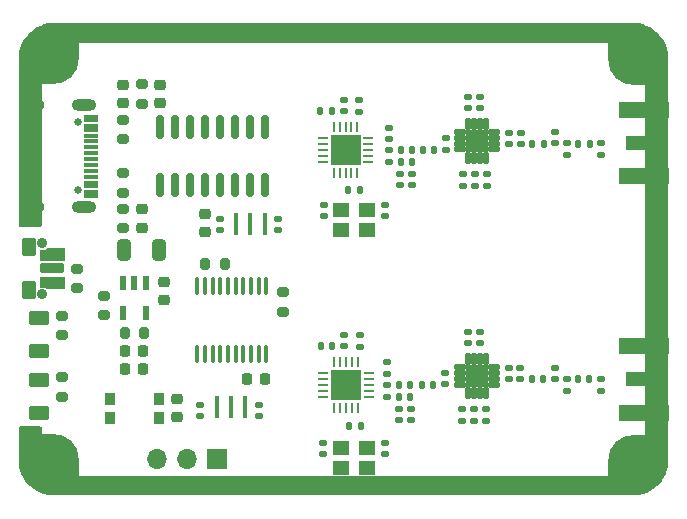
<source format=gbr>
%TF.GenerationSoftware,KiCad,Pcbnew,9.0.1*%
%TF.CreationDate,2025-07-03T23:17:29+02:00*%
%TF.ProjectId,Amon_Link,416d6f6e-5f4c-4696-9e6b-2e6b69636164,rev?*%
%TF.SameCoordinates,Original*%
%TF.FileFunction,Soldermask,Top*%
%TF.FilePolarity,Negative*%
%FSLAX46Y46*%
G04 Gerber Fmt 4.6, Leading zero omitted, Abs format (unit mm)*
G04 Created by KiCad (PCBNEW 9.0.1) date 2025-07-03 23:17:29*
%MOMM*%
%LPD*%
G01*
G04 APERTURE LIST*
G04 Aperture macros list*
%AMRoundRect*
0 Rectangle with rounded corners*
0 $1 Rounding radius*
0 $2 $3 $4 $5 $6 $7 $8 $9 X,Y pos of 4 corners*
0 Add a 4 corners polygon primitive as box body*
4,1,4,$2,$3,$4,$5,$6,$7,$8,$9,$2,$3,0*
0 Add four circle primitives for the rounded corners*
1,1,$1+$1,$2,$3*
1,1,$1+$1,$4,$5*
1,1,$1+$1,$6,$7*
1,1,$1+$1,$8,$9*
0 Add four rect primitives between the rounded corners*
20,1,$1+$1,$2,$3,$4,$5,0*
20,1,$1+$1,$4,$5,$6,$7,0*
20,1,$1+$1,$6,$7,$8,$9,0*
20,1,$1+$1,$8,$9,$2,$3,0*%
G04 Aperture macros list end*
%ADD10C,0.010000*%
%ADD11C,0.900000*%
%ADD12RoundRect,0.102000X-0.900000X0.300000X-0.900000X-0.300000X0.900000X-0.300000X0.900000X0.300000X0*%
%ADD13RoundRect,0.102000X-0.450000X0.650000X-0.450000X-0.650000X0.450000X-0.650000X0.450000X0.650000X0*%
%ADD14RoundRect,0.250000X0.625000X-0.375000X0.625000X0.375000X-0.625000X0.375000X-0.625000X-0.375000X0*%
%ADD15O,1.600000X1.000000*%
%ADD16O,2.100000X1.000000*%
%ADD17R,1.150000X0.300000*%
%ADD18C,0.650000*%
%ADD19C,0.700000*%
%ADD20C,4.400000*%
%ADD21RoundRect,0.135000X0.185000X-0.135000X0.185000X0.135000X-0.185000X0.135000X-0.185000X-0.135000X0*%
%ADD22RoundRect,0.147500X-0.147500X-0.172500X0.147500X-0.172500X0.147500X0.172500X-0.147500X0.172500X0*%
%ADD23RoundRect,0.200000X-0.275000X0.200000X-0.275000X-0.200000X0.275000X-0.200000X0.275000X0.200000X0*%
%ADD24RoundRect,0.218750X-0.256250X0.218750X-0.256250X-0.218750X0.256250X-0.218750X0.256250X0.218750X0*%
%ADD25RoundRect,0.140000X0.170000X-0.140000X0.170000X0.140000X-0.170000X0.140000X-0.170000X-0.140000X0*%
%ADD26RoundRect,0.140000X-0.170000X0.140000X-0.170000X-0.140000X0.170000X-0.140000X0.170000X0.140000X0*%
%ADD27RoundRect,0.059250X-0.447750X-0.177750X0.447750X-0.177750X0.447750X0.177750X-0.447750X0.177750X0*%
%ADD28RoundRect,0.059250X-0.177750X-0.447750X0.177750X-0.447750X0.177750X0.447750X-0.177750X0.447750X0*%
%ADD29RoundRect,0.102000X-0.850000X-0.850000X0.850000X-0.850000X0.850000X0.850000X-0.850000X0.850000X0*%
%ADD30RoundRect,0.200000X0.275000X-0.200000X0.275000X0.200000X-0.275000X0.200000X-0.275000X-0.200000X0*%
%ADD31RoundRect,0.225000X-0.250000X0.225000X-0.250000X-0.225000X0.250000X-0.225000X0.250000X0.225000X0*%
%ADD32RoundRect,0.150000X0.150000X-0.825000X0.150000X0.825000X-0.150000X0.825000X-0.150000X-0.825000X0*%
%ADD33RoundRect,0.225000X0.225000X0.250000X-0.225000X0.250000X-0.225000X-0.250000X0.225000X-0.250000X0*%
%ADD34RoundRect,0.135000X-0.185000X0.135000X-0.185000X-0.135000X0.185000X-0.135000X0.185000X0.135000X0*%
%ADD35RoundRect,0.135000X-0.135000X-0.185000X0.135000X-0.185000X0.135000X0.185000X-0.135000X0.185000X0*%
%ADD36R,0.900000X1.000000*%
%ADD37RoundRect,0.147500X0.172500X-0.147500X0.172500X0.147500X-0.172500X0.147500X-0.172500X-0.147500X0*%
%ADD38RoundRect,0.200000X-0.200000X-0.275000X0.200000X-0.275000X0.200000X0.275000X-0.200000X0.275000X0*%
%ADD39RoundRect,0.100000X0.100000X-0.637500X0.100000X0.637500X-0.100000X0.637500X-0.100000X-0.637500X0*%
%ADD40R,0.400000X1.900000*%
%ADD41RoundRect,0.140000X-0.140000X-0.170000X0.140000X-0.170000X0.140000X0.170000X-0.140000X0.170000X0*%
%ADD42RoundRect,0.250000X-0.325000X-0.650000X0.325000X-0.650000X0.325000X0.650000X-0.325000X0.650000X0*%
%ADD43R,1.700000X1.700000*%
%ADD44O,1.700000X1.700000*%
%ADD45RoundRect,0.140000X0.140000X0.170000X-0.140000X0.170000X-0.140000X-0.170000X0.140000X-0.170000X0*%
%ADD46R,1.400000X1.200000*%
%ADD47RoundRect,0.062500X-0.350000X-0.062500X0.350000X-0.062500X0.350000X0.062500X-0.350000X0.062500X0*%
%ADD48RoundRect,0.062500X-0.062500X-0.350000X0.062500X-0.350000X0.062500X0.350000X-0.062500X0.350000X0*%
%ADD49R,2.500000X2.500000*%
%ADD50R,0.600000X1.150000*%
%ADD51RoundRect,0.225000X0.250000X-0.225000X0.250000X0.225000X-0.250000X0.225000X-0.250000X-0.225000X0*%
%ADD52R,3.600000X1.270000*%
%ADD53R,4.200000X1.350000*%
G04 APERTURE END LIST*
D10*
%TO.C,S1*%
X130059001Y-94520001D02*
X128059001Y-94520001D01*
X128059001Y-93736601D01*
X128076232Y-93738821D01*
X128110829Y-93741961D01*
X128145542Y-93743391D01*
X128180279Y-93743111D01*
X128197635Y-93742321D01*
X128197642Y-93742331D01*
X128207151Y-93741391D01*
X128226132Y-93739141D01*
X128245051Y-93736421D01*
X128263895Y-93733231D01*
X128273285Y-93731461D01*
X128282439Y-93729671D01*
X128300670Y-93725741D01*
X128318795Y-93721351D01*
X128336807Y-93716521D01*
X128345767Y-93713931D01*
X128378285Y-93701351D01*
X128441213Y-93671341D01*
X128500776Y-93635121D01*
X128556370Y-93593061D01*
X128582501Y-93570001D01*
X130059001Y-93570001D01*
X130059001Y-94520001D01*
G36*
X130059001Y-94520001D02*
G01*
X128059001Y-94520001D01*
X128059001Y-93736601D01*
X128076232Y-93738821D01*
X128110829Y-93741961D01*
X128145542Y-93743391D01*
X128180279Y-93743111D01*
X128197635Y-93742321D01*
X128197642Y-93742331D01*
X128207151Y-93741391D01*
X128226132Y-93739141D01*
X128245051Y-93736421D01*
X128263895Y-93733231D01*
X128273285Y-93731461D01*
X128282439Y-93729671D01*
X128300670Y-93725741D01*
X128318795Y-93721351D01*
X128336807Y-93716521D01*
X128345767Y-93713931D01*
X128378285Y-93701351D01*
X128441213Y-93671341D01*
X128500776Y-93635121D01*
X128556370Y-93593061D01*
X128582501Y-93570001D01*
X130059001Y-93570001D01*
X130059001Y-94520001D01*
G37*
X130059001Y-96970001D02*
X128582501Y-96970001D01*
X128582501Y-96970031D01*
X128556370Y-96946941D01*
X128500776Y-96904881D01*
X128441213Y-96868661D01*
X128378285Y-96838651D01*
X128345767Y-96826081D01*
X128336807Y-96823491D01*
X128318795Y-96818651D01*
X128300670Y-96814271D01*
X128282439Y-96810331D01*
X128273289Y-96808541D01*
X128273285Y-96808541D01*
X128263895Y-96806771D01*
X128245051Y-96803581D01*
X128226132Y-96800861D01*
X128207151Y-96798611D01*
X128197642Y-96797671D01*
X128197635Y-96797681D01*
X128180279Y-96796901D01*
X128145542Y-96796611D01*
X128110829Y-96798041D01*
X128076232Y-96801181D01*
X128059001Y-96803401D01*
X128059001Y-96020001D01*
X130059001Y-96020001D01*
X130059001Y-96970001D01*
G36*
X130059001Y-96970001D02*
G01*
X128582501Y-96970001D01*
X128582501Y-96970031D01*
X128556370Y-96946941D01*
X128500776Y-96904881D01*
X128441213Y-96868661D01*
X128378285Y-96838651D01*
X128345767Y-96826081D01*
X128336807Y-96823491D01*
X128318795Y-96818651D01*
X128300670Y-96814271D01*
X128282439Y-96810331D01*
X128273289Y-96808541D01*
X128273285Y-96808541D01*
X128263895Y-96806771D01*
X128245051Y-96803581D01*
X128226132Y-96800861D01*
X128207151Y-96798611D01*
X128197642Y-96797671D01*
X128197635Y-96797681D01*
X128180279Y-96796901D01*
X128145542Y-96796611D01*
X128110829Y-96798041D01*
X128076232Y-96801181D01*
X128059001Y-96803401D01*
X128059001Y-96020001D01*
X130059001Y-96020001D01*
X130059001Y-96970001D01*
G37*
%TD*%
D11*
%TO.C,S1*%
X128159001Y-93145001D03*
X128159001Y-97395001D03*
D12*
X129059001Y-95270001D03*
D13*
X127109001Y-93420001D03*
X127109001Y-97120001D03*
%TD*%
D14*
%TO.C,D4*%
X127959001Y-107530001D03*
X127959001Y-104730001D03*
%TD*%
%TO.C,D2*%
X127959002Y-102295002D03*
X127959002Y-99495002D03*
%TD*%
D15*
%TO.C,J1*%
X127599000Y-90090000D03*
D16*
X131779000Y-90090000D03*
D15*
X127599000Y-81450000D03*
D16*
X131779000Y-81450000D03*
D17*
X132344000Y-82720000D03*
X132344000Y-83520000D03*
X132344000Y-84020000D03*
X132344000Y-85020000D03*
X132344000Y-86520000D03*
X132344000Y-87520000D03*
X132344000Y-88020000D03*
X132344000Y-88820000D03*
X132344000Y-89120000D03*
X132344000Y-88320000D03*
X132344000Y-87020000D03*
X132344000Y-86020000D03*
X132344000Y-85520000D03*
X132344000Y-84520000D03*
X132344000Y-83220000D03*
X132344000Y-82420000D03*
D18*
X131279000Y-88660000D03*
X131279000Y-82880000D03*
%TD*%
D19*
%TO.C,H3*%
X176649999Y-111549999D03*
X177133273Y-110383273D03*
X177133273Y-112716725D03*
X178299999Y-109899999D03*
D20*
X178299999Y-111549999D03*
D19*
X178299999Y-113199999D03*
X179466725Y-110383273D03*
X179466725Y-112716725D03*
X179949999Y-111549999D03*
%TD*%
%TO.C,H4*%
X176649999Y-77549999D03*
X177133273Y-76383273D03*
X177133273Y-78716725D03*
X178299999Y-75899999D03*
D20*
X178299999Y-77549999D03*
D19*
X178299999Y-79199999D03*
X179466725Y-76383273D03*
X179466725Y-78716725D03*
X179949999Y-77549999D03*
%TD*%
D21*
%TO.C,R16*%
X163752501Y-108210001D03*
X163752501Y-107190001D03*
%TD*%
D22*
%TO.C,L2*%
X158427501Y-106150001D03*
X159397501Y-106150001D03*
%TD*%
D23*
%TO.C,R4*%
X133477000Y-97600000D03*
X133477000Y-99250000D03*
%TD*%
D24*
%TO.C,D1*%
X136652000Y-90271500D03*
X136652000Y-91846500D03*
%TD*%
D25*
%TO.C,C38*%
X162400000Y-85230000D03*
X162400000Y-84270000D03*
%TD*%
D26*
%TO.C,C17*%
X157412501Y-103220001D03*
X157412501Y-104180001D03*
%TD*%
D25*
%TO.C,C31*%
X153750000Y-81980000D03*
X153750000Y-81020000D03*
%TD*%
D27*
%TO.C,U6*%
X163610000Y-83700000D03*
X163610000Y-84200000D03*
X163610000Y-84700000D03*
X163610000Y-85200000D03*
D28*
X164305000Y-85895000D03*
X164805000Y-85895000D03*
X165305000Y-85895000D03*
X165805000Y-85895000D03*
D27*
X166500000Y-85200000D03*
X166500000Y-84700000D03*
X166500000Y-84200000D03*
X166500000Y-83700000D03*
D28*
X165805000Y-83005000D03*
X165305000Y-83005000D03*
X164805000Y-83005000D03*
X164305000Y-83005000D03*
D29*
X165055000Y-84450000D03*
%TD*%
D22*
%TO.C,L9*%
X169715000Y-84700000D03*
X170685000Y-84700000D03*
%TD*%
D30*
%TO.C,R2*%
X148615400Y-98919800D03*
X148615400Y-97269800D03*
%TD*%
D25*
%TO.C,C27*%
X171612501Y-104630001D03*
X171612501Y-103670001D03*
%TD*%
D21*
%TO.C,R18*%
X155050000Y-82010000D03*
X155050000Y-80990000D03*
%TD*%
D31*
%TO.C,C14*%
X135059000Y-79743000D03*
X135059000Y-81293000D03*
%TD*%
%TO.C,C4*%
X139598400Y-106336800D03*
X139598400Y-107886800D03*
%TD*%
D22*
%TO.C,L8*%
X158565000Y-85250000D03*
X159535000Y-85250000D03*
%TD*%
D21*
%TO.C,R13*%
X155112501Y-101910001D03*
X155112501Y-100890001D03*
%TD*%
D32*
%TO.C,U2*%
X138176000Y-88245000D03*
X139446000Y-88245000D03*
X140716000Y-88245000D03*
X141986000Y-88245000D03*
X143256000Y-88245000D03*
X144526000Y-88245000D03*
X145796000Y-88245000D03*
X147066000Y-88245000D03*
X147066000Y-83295000D03*
X145796000Y-83295000D03*
X144526000Y-83295000D03*
X143256000Y-83295000D03*
X141986000Y-83295000D03*
X140716000Y-83295000D03*
X139446000Y-83295000D03*
X138176000Y-83295000D03*
%TD*%
D33*
%TO.C,C47*%
X147079000Y-104648000D03*
X145529000Y-104648000D03*
%TD*%
D34*
%TO.C,R22*%
X165850000Y-87240000D03*
X165850000Y-88260000D03*
%TD*%
D35*
%TO.C,R19*%
X154140000Y-88600000D03*
X155160000Y-88600000D03*
%TD*%
D25*
%TO.C,C25*%
X165300000Y-81730000D03*
X165300000Y-80770000D03*
%TD*%
%TO.C,C44*%
X171650000Y-84680000D03*
X171650000Y-83720000D03*
%TD*%
D26*
%TO.C,C10*%
X143270199Y-91061600D03*
X143270199Y-92021600D03*
%TD*%
D36*
%TO.C,SW1*%
X138092400Y-107911800D03*
X133992400Y-107911800D03*
X138092400Y-106311800D03*
X133992400Y-106311800D03*
%TD*%
D31*
%TO.C,C6*%
X138557000Y-96380000D03*
X138557000Y-97930000D03*
%TD*%
D26*
%TO.C,C22*%
X159412501Y-107170001D03*
X159412501Y-108130001D03*
%TD*%
D21*
%TO.C,R15*%
X164752501Y-108210001D03*
X164752501Y-107190001D03*
%TD*%
D25*
%TO.C,C34*%
X157250000Y-90830000D03*
X157250000Y-89870000D03*
%TD*%
D31*
%TO.C,C11*%
X138176000Y-79743000D03*
X138176000Y-81293000D03*
%TD*%
D35*
%TO.C,R14*%
X154152501Y-108650001D03*
X155172501Y-108650001D03*
%TD*%
D37*
%TO.C,L6*%
X157550000Y-86235000D03*
X157550000Y-85265000D03*
%TD*%
D21*
%TO.C,R20*%
X163850000Y-88260000D03*
X163850000Y-87240000D03*
%TD*%
D26*
%TO.C,C29*%
X175512501Y-104670001D03*
X175512501Y-105630001D03*
%TD*%
D38*
%TO.C,R1*%
X142024600Y-94919800D03*
X143674600Y-94919800D03*
%TD*%
D25*
%TO.C,C30*%
X167712501Y-104630001D03*
X167712501Y-103670001D03*
%TD*%
D26*
%TO.C,C28*%
X172612501Y-104670001D03*
X172612501Y-105630001D03*
%TD*%
D37*
%TO.C,L1*%
X157412501Y-106135001D03*
X157412501Y-105165001D03*
%TD*%
D22*
%TO.C,L7*%
X158565000Y-86250000D03*
X159535000Y-86250000D03*
%TD*%
D39*
%TO.C,U1*%
X141347000Y-102497000D03*
X141997000Y-102497000D03*
X142647000Y-102497000D03*
X143297000Y-102497000D03*
X143947000Y-102497000D03*
X144597000Y-102497000D03*
X145247000Y-102497000D03*
X145897000Y-102497000D03*
X146547000Y-102497000D03*
X147197000Y-102497000D03*
X147197000Y-96772000D03*
X146547000Y-96772000D03*
X145897000Y-96772000D03*
X145247000Y-96772000D03*
X144597000Y-96772000D03*
X143947000Y-96772000D03*
X143297000Y-96772000D03*
X142647000Y-96772000D03*
X141997000Y-96772000D03*
X141347000Y-96772000D03*
%TD*%
D25*
%TO.C,C16*%
X153762501Y-101880001D03*
X153762501Y-100920001D03*
%TD*%
D23*
%TO.C,R9*%
X135059000Y-82672500D03*
X135059000Y-84322500D03*
%TD*%
D30*
%TO.C,R10*%
X135059001Y-88845001D03*
X135059001Y-87195001D03*
%TD*%
D19*
%TO.C,H2*%
X127509000Y-77470000D03*
X127992274Y-76303274D03*
X127992274Y-78636726D03*
X129159000Y-75820000D03*
D20*
X129159000Y-77470000D03*
D19*
X129159000Y-79120000D03*
X130325726Y-76303274D03*
X130325726Y-78636726D03*
X130809000Y-77470000D03*
%TD*%
D40*
%TO.C,Y1*%
X143005400Y-106984800D03*
X144205400Y-106984800D03*
X145405400Y-106984800D03*
%TD*%
D22*
%TO.C,L10*%
X173615000Y-84700000D03*
X174585000Y-84700000D03*
%TD*%
D25*
%TO.C,C41*%
X167750000Y-84730000D03*
X167750000Y-83770000D03*
%TD*%
D33*
%TO.C,C8*%
X136792000Y-102235000D03*
X135242000Y-102235000D03*
%TD*%
D34*
%TO.C,R17*%
X165752501Y-107190001D03*
X165752501Y-108210001D03*
%TD*%
D27*
%TO.C,U4*%
X163572501Y-103600001D03*
X163572501Y-104100001D03*
X163572501Y-104600001D03*
X163572501Y-105100001D03*
D28*
X164267501Y-105795001D03*
X164767501Y-105795001D03*
X165267501Y-105795001D03*
X165767501Y-105795001D03*
D27*
X166462501Y-105100001D03*
X166462501Y-104600001D03*
X166462501Y-104100001D03*
X166462501Y-103600001D03*
D28*
X165767501Y-102905001D03*
X165267501Y-102905001D03*
X164767501Y-102905001D03*
X164267501Y-102905001D03*
D29*
X165017501Y-104350001D03*
%TD*%
D30*
%TO.C,R5*%
X135059001Y-91884000D03*
X135059001Y-90234000D03*
%TD*%
D26*
%TO.C,C20*%
X152050000Y-89870000D03*
X152050000Y-90830000D03*
%TD*%
D23*
%TO.C,R12*%
X129909002Y-99270002D03*
X129909002Y-100920002D03*
%TD*%
D25*
%TO.C,C26*%
X168712501Y-104630001D03*
X168712501Y-103670001D03*
%TD*%
%TO.C,C42*%
X165262501Y-101600001D03*
X165262501Y-100640001D03*
%TD*%
%TO.C,C24*%
X164300000Y-81730000D03*
X164300000Y-80770000D03*
%TD*%
D22*
%TO.C,L3*%
X158427501Y-105100001D03*
X159397501Y-105100001D03*
%TD*%
D23*
%TO.C,R11*%
X136652000Y-79693000D03*
X136652000Y-81343000D03*
%TD*%
D41*
%TO.C,C37*%
X160470000Y-85250000D03*
X161430000Y-85250000D03*
%TD*%
D25*
%TO.C,C43*%
X168750000Y-84730000D03*
X168750000Y-83770000D03*
%TD*%
D42*
%TO.C,C5*%
X135177000Y-93726000D03*
X138127000Y-93726000D03*
%TD*%
D22*
%TO.C,L5*%
X173577501Y-104650001D03*
X174547501Y-104650001D03*
%TD*%
D33*
%TO.C,C9*%
X136792000Y-103759000D03*
X135242000Y-103759000D03*
%TD*%
D19*
%TO.C,H1*%
X127509000Y-111470000D03*
X127992274Y-110303274D03*
X127992274Y-112636726D03*
X129159000Y-109820000D03*
D20*
X129159000Y-111470000D03*
D19*
X129159000Y-113120000D03*
X130325726Y-110303274D03*
X130325726Y-112636726D03*
X130809000Y-111470000D03*
%TD*%
D43*
%TO.C,J3*%
X143002000Y-111379000D03*
D44*
X140462000Y-111379000D03*
X137922000Y-111379000D03*
%TD*%
D23*
%TO.C,R7*%
X129909001Y-104495001D03*
X129909001Y-106145001D03*
%TD*%
D45*
%TO.C,C32*%
X152730000Y-81950000D03*
X151770000Y-81950000D03*
%TD*%
D26*
%TO.C,C45*%
X172650000Y-84670000D03*
X172650000Y-85630000D03*
%TD*%
D21*
%TO.C,R21*%
X164850000Y-88260000D03*
X164850000Y-87240000D03*
%TD*%
D26*
%TO.C,C39*%
X158550000Y-87270000D03*
X158550000Y-88230000D03*
%TD*%
D46*
%TO.C,Y4*%
X153550000Y-92000000D03*
X155750000Y-92000000D03*
X155750000Y-90300000D03*
X153550000Y-90300000D03*
%TD*%
D47*
%TO.C,U5*%
X151962500Y-84262500D03*
X151962500Y-84762500D03*
X151962500Y-85262500D03*
X151962500Y-85762500D03*
X151962500Y-86262500D03*
D48*
X152900000Y-87200000D03*
X153400000Y-87200000D03*
X153900000Y-87200000D03*
X154400000Y-87200000D03*
X154900000Y-87200000D03*
D47*
X155837500Y-86262500D03*
X155837500Y-85762500D03*
X155837500Y-85262500D03*
X155837500Y-84762500D03*
X155837500Y-84262500D03*
D48*
X154900000Y-83325000D03*
X154400000Y-83325000D03*
X153900000Y-83325000D03*
X153400000Y-83325000D03*
X152900000Y-83325000D03*
D49*
X153900000Y-85262500D03*
%TD*%
D38*
%TO.C,R3*%
X135192000Y-100711000D03*
X136842000Y-100711000D03*
%TD*%
D26*
%TO.C,C23*%
X158412501Y-107170001D03*
X158412501Y-108130001D03*
%TD*%
D25*
%TO.C,C40*%
X164262501Y-101600001D03*
X164262501Y-100640001D03*
%TD*%
D26*
%TO.C,C3*%
X146558000Y-106809600D03*
X146558000Y-107769600D03*
%TD*%
D25*
%TO.C,C19*%
X157212501Y-110980001D03*
X157212501Y-110020001D03*
%TD*%
D50*
%TO.C,IC1*%
X136967000Y-96540000D03*
X136017000Y-96540000D03*
X135067000Y-96540000D03*
X135067000Y-99040000D03*
X136967000Y-99040000D03*
%TD*%
D26*
%TO.C,C1*%
X152012501Y-110020001D03*
X152012501Y-110980001D03*
%TD*%
D51*
%TO.C,C12*%
X141986000Y-92215000D03*
X141986000Y-90665000D03*
%TD*%
D52*
%TO.C,J4*%
X179400000Y-104650000D03*
D53*
X179200000Y-107475000D03*
X179200000Y-101825000D03*
%TD*%
D26*
%TO.C,C13*%
X148188200Y-91061600D03*
X148188200Y-92021600D03*
%TD*%
D25*
%TO.C,C18*%
X162312501Y-105080001D03*
X162312501Y-104120001D03*
%TD*%
D26*
%TO.C,C36*%
X159550000Y-87270000D03*
X159550000Y-88230000D03*
%TD*%
D41*
%TO.C,C21*%
X160382501Y-105100001D03*
X161342501Y-105100001D03*
%TD*%
D47*
%TO.C,U3*%
X151975001Y-104150001D03*
X151975001Y-104650001D03*
X151975001Y-105150001D03*
X151975001Y-105650001D03*
X151975001Y-106150001D03*
D48*
X152912501Y-107087501D03*
X153412501Y-107087501D03*
X153912501Y-107087501D03*
X154412501Y-107087501D03*
X154912501Y-107087501D03*
D47*
X155850001Y-106150001D03*
X155850001Y-105650001D03*
X155850001Y-105150001D03*
X155850001Y-104650001D03*
X155850001Y-104150001D03*
D48*
X154912501Y-103212501D03*
X154412501Y-103212501D03*
X153912501Y-103212501D03*
X153412501Y-103212501D03*
X152912501Y-103212501D03*
D49*
X153912501Y-105150001D03*
%TD*%
D26*
%TO.C,C33*%
X157550000Y-83370000D03*
X157550000Y-84330000D03*
%TD*%
D46*
%TO.C,Y3*%
X153512501Y-112150001D03*
X155712501Y-112150001D03*
X155712501Y-110450001D03*
X153512501Y-110450001D03*
%TD*%
D52*
%TO.C,J2*%
X179400000Y-84650000D03*
D53*
X179200000Y-87475000D03*
X179200000Y-81825000D03*
%TD*%
D30*
%TO.C,R23*%
X131159001Y-96945001D03*
X131159001Y-95295001D03*
%TD*%
D22*
%TO.C,L4*%
X169677501Y-104650001D03*
X170647501Y-104650001D03*
%TD*%
D26*
%TO.C,C46*%
X175550000Y-84670000D03*
X175550000Y-85630000D03*
%TD*%
%TO.C,C2*%
X141605000Y-106809600D03*
X141605000Y-107769600D03*
%TD*%
D45*
%TO.C,C15*%
X152742501Y-101850001D03*
X151782501Y-101850001D03*
%TD*%
D40*
%TO.C,Y2*%
X144645200Y-91541600D03*
X145845200Y-91541600D03*
X147045200Y-91541600D03*
%TD*%
G36*
X131543039Y-74519685D02*
G01*
X131588794Y-74572489D01*
X131600000Y-74624000D01*
X131600000Y-76025859D01*
X131580315Y-76092898D01*
X131527511Y-76138653D01*
X131475861Y-76149859D01*
X131350000Y-76149717D01*
X131350000Y-77376000D01*
X131330315Y-77443039D01*
X131277511Y-77488794D01*
X131226000Y-77500000D01*
X129150000Y-77500000D01*
X129150000Y-77626000D01*
X129130315Y-77693039D01*
X129077511Y-77738794D01*
X129026000Y-77750000D01*
X126353000Y-77750000D01*
X126285961Y-77730315D01*
X126240206Y-77677511D01*
X126229000Y-77626000D01*
X126229000Y-77488882D01*
X126229012Y-77487144D01*
X126231274Y-77325743D01*
X126232042Y-77313597D01*
X126268277Y-76992007D01*
X126270606Y-76978299D01*
X126342426Y-76663633D01*
X126346275Y-76650270D01*
X126452879Y-76345613D01*
X126458201Y-76332766D01*
X126498059Y-76250000D01*
X128977000Y-76250000D01*
X130226000Y-76250000D01*
X130226000Y-75624000D01*
X128977000Y-75624000D01*
X128977000Y-76250000D01*
X126498059Y-76250000D01*
X126598239Y-76041974D01*
X126604965Y-76029804D01*
X126776685Y-75756513D01*
X126784732Y-75745172D01*
X126985971Y-75492826D01*
X126995237Y-75482458D01*
X127223458Y-75254237D01*
X127233826Y-75244971D01*
X127486172Y-75043732D01*
X127497513Y-75035685D01*
X127770804Y-74863965D01*
X127782974Y-74857239D01*
X128073766Y-74717201D01*
X128086613Y-74711879D01*
X128391270Y-74605275D01*
X128404633Y-74601426D01*
X128719299Y-74529606D01*
X128733007Y-74527277D01*
X128968175Y-74500780D01*
X128982059Y-74500000D01*
X131476000Y-74500000D01*
X131543039Y-74519685D01*
G37*
G36*
X129343039Y-74519685D02*
G01*
X129388794Y-74572489D01*
X129400000Y-74624000D01*
X129400000Y-77376000D01*
X129380315Y-77443039D01*
X129327511Y-77488794D01*
X129276000Y-77500000D01*
X129150000Y-77500000D01*
X129150000Y-79546000D01*
X129130315Y-79613039D01*
X129077511Y-79658794D01*
X129026000Y-79670000D01*
X128170000Y-79670000D01*
X128170000Y-79796000D01*
X128150315Y-79863039D01*
X128097511Y-79908794D01*
X128046000Y-79920000D01*
X126353000Y-79920000D01*
X126285961Y-79900315D01*
X126240206Y-79847511D01*
X126229000Y-79796000D01*
X126229000Y-78546000D01*
X127324000Y-78546000D01*
X127979000Y-78546000D01*
X127979000Y-77248000D01*
X127324000Y-77248000D01*
X127324000Y-78546000D01*
X126229000Y-78546000D01*
X126229000Y-77488882D01*
X126229012Y-77487144D01*
X126231274Y-77325743D01*
X126232042Y-77313597D01*
X126268277Y-76992007D01*
X126270606Y-76978299D01*
X126342426Y-76663633D01*
X126346275Y-76650270D01*
X126452879Y-76345613D01*
X126458201Y-76332766D01*
X126598239Y-76041974D01*
X126604965Y-76029804D01*
X126776685Y-75756513D01*
X126784732Y-75745172D01*
X126985971Y-75492826D01*
X126995237Y-75482458D01*
X127223458Y-75254237D01*
X127233826Y-75244971D01*
X127486172Y-75043732D01*
X127497513Y-75035685D01*
X127770804Y-74863965D01*
X127782974Y-74857239D01*
X128073766Y-74717201D01*
X128086613Y-74711879D01*
X128391270Y-74605275D01*
X128404633Y-74601426D01*
X128719299Y-74529606D01*
X128733007Y-74527277D01*
X128968175Y-74500780D01*
X128982059Y-74500000D01*
X129276000Y-74500000D01*
X129343039Y-74519685D01*
G37*
G36*
X178489825Y-74500780D02*
G01*
X178724992Y-74527277D01*
X178738700Y-74529606D01*
X179053366Y-74601426D01*
X179066729Y-74605275D01*
X179371386Y-74711879D01*
X179384233Y-74717201D01*
X179675025Y-74857239D01*
X179687195Y-74863965D01*
X179960486Y-75035685D01*
X179971827Y-75043732D01*
X180224173Y-75244971D01*
X180234541Y-75254237D01*
X180462762Y-75482458D01*
X180472028Y-75492826D01*
X180673267Y-75745172D01*
X180681314Y-75756513D01*
X180853034Y-76029804D01*
X180859760Y-76041974D01*
X180999798Y-76332766D01*
X181005120Y-76345613D01*
X181111724Y-76650270D01*
X181115573Y-76663633D01*
X181187393Y-76978299D01*
X181189722Y-76992006D01*
X181199220Y-77076294D01*
X181200000Y-77090179D01*
X181200000Y-77676000D01*
X181180315Y-77743039D01*
X181127511Y-77788794D01*
X181076000Y-77800000D01*
X178374000Y-77800000D01*
X178306961Y-77780315D01*
X178261206Y-77727511D01*
X178250000Y-77676000D01*
X178250000Y-77550000D01*
X176224000Y-77550000D01*
X176156961Y-77530315D01*
X176111206Y-77477511D01*
X176100000Y-77426000D01*
X176100000Y-76250000D01*
X178598000Y-76250000D01*
X179799364Y-76250000D01*
X179722358Y-76153438D01*
X179563559Y-75994639D01*
X179387957Y-75854601D01*
X179197789Y-75735111D01*
X178995433Y-75637661D01*
X178956391Y-75624000D01*
X178598000Y-75624000D01*
X178598000Y-76250000D01*
X176100000Y-76250000D01*
X176100000Y-76200281D01*
X175973860Y-76200139D01*
X175906842Y-76180378D01*
X175861147Y-76127523D01*
X175850000Y-76076139D01*
X175850000Y-74624000D01*
X175869685Y-74556961D01*
X175922489Y-74511206D01*
X175974000Y-74500000D01*
X178475941Y-74500000D01*
X178489825Y-74500780D01*
G37*
G36*
X176293039Y-74519685D02*
G01*
X176338794Y-74572489D01*
X176350000Y-74624000D01*
X176350000Y-76188071D01*
X176347617Y-76212264D01*
X176345617Y-76222318D01*
X176313231Y-76284228D01*
X176252515Y-76318802D01*
X176182746Y-76315061D01*
X176126074Y-76274194D01*
X176100493Y-76209176D01*
X176100100Y-76200382D01*
X176100000Y-76200282D01*
X131349999Y-76149718D01*
X131349130Y-76150585D01*
X131330315Y-76214664D01*
X131277511Y-76260419D01*
X131208353Y-76270363D01*
X131144797Y-76241338D01*
X131107023Y-76182560D01*
X131104369Y-76171749D01*
X131102369Y-76161665D01*
X131100000Y-76137541D01*
X131100000Y-74624000D01*
X131119685Y-74556961D01*
X131172489Y-74511206D01*
X131224000Y-74500000D01*
X176226000Y-74500000D01*
X176293039Y-74519685D01*
G37*
G36*
X131260974Y-112725130D02*
G01*
X131317740Y-112765866D01*
X131343472Y-112830825D01*
X131343991Y-112842162D01*
X131343991Y-112860001D01*
X131343990Y-112860001D01*
X176093991Y-112881871D01*
X176094874Y-112880989D01*
X176113676Y-112816960D01*
X176166480Y-112771205D01*
X176235638Y-112761261D01*
X176299194Y-112790286D01*
X176336968Y-112849064D01*
X176339614Y-112859839D01*
X176341614Y-112869907D01*
X176343991Y-112894067D01*
X176343991Y-114364000D01*
X176324306Y-114431039D01*
X176271502Y-114476794D01*
X176219991Y-114488000D01*
X131217485Y-114488000D01*
X131150446Y-114468315D01*
X131104691Y-114415511D01*
X131093485Y-114364287D01*
X131090029Y-112872788D01*
X131092356Y-112848591D01*
X131098318Y-112818252D01*
X131130560Y-112756266D01*
X131191196Y-112721552D01*
X131260974Y-112725130D01*
G37*
G36*
X129103039Y-111351839D02*
G01*
X129148794Y-111404643D01*
X129160000Y-111456154D01*
X129160000Y-111582154D01*
X131219991Y-111582154D01*
X131287030Y-111601839D01*
X131332785Y-111654643D01*
X131343991Y-111706154D01*
X131343991Y-112860000D01*
X131470051Y-112860062D01*
X131537081Y-112879779D01*
X131582810Y-112932605D01*
X131593991Y-112984062D01*
X131593991Y-114364000D01*
X131574306Y-114431039D01*
X131521502Y-114476794D01*
X131469991Y-114488000D01*
X129229860Y-114488000D01*
X129228185Y-114487989D01*
X129066769Y-114485809D01*
X129054560Y-114485040D01*
X128732992Y-114448808D01*
X128719284Y-114446479D01*
X128404609Y-114374657D01*
X128391246Y-114370808D01*
X128086583Y-114264202D01*
X128073736Y-114258880D01*
X127782932Y-114118836D01*
X127770762Y-114112110D01*
X127497463Y-113940385D01*
X127486122Y-113932338D01*
X127233768Y-113731093D01*
X127223400Y-113721827D01*
X126995172Y-113493599D01*
X126985906Y-113483231D01*
X126784661Y-113230877D01*
X126776614Y-113219536D01*
X126690291Y-113082154D01*
X128977000Y-113082154D01*
X130219991Y-113082154D01*
X130219991Y-112706154D01*
X128977000Y-112706154D01*
X128977000Y-113082154D01*
X126690291Y-113082154D01*
X126604889Y-112946237D01*
X126598163Y-112934067D01*
X126458119Y-112643263D01*
X126452797Y-112630416D01*
X126346191Y-112325753D01*
X126342342Y-112312390D01*
X126270520Y-111997715D01*
X126268191Y-111984007D01*
X126231959Y-111662439D01*
X126231190Y-111650229D01*
X126229011Y-111488813D01*
X126229000Y-111487139D01*
X126229000Y-111456154D01*
X126248685Y-111389115D01*
X126301489Y-111343360D01*
X126353000Y-111332154D01*
X129036000Y-111332154D01*
X129103039Y-111351839D01*
G37*
G36*
X181133039Y-111301839D02*
G01*
X181178794Y-111354643D01*
X181190000Y-111406154D01*
X181190000Y-111559030D01*
X181191157Y-111561149D01*
X181193991Y-111587507D01*
X181193991Y-111939927D01*
X181193211Y-111953814D01*
X181189808Y-111984010D01*
X181187479Y-111997715D01*
X181115657Y-112312390D01*
X181111808Y-112325753D01*
X181005202Y-112630416D01*
X180999880Y-112643263D01*
X180859836Y-112934067D01*
X180853110Y-112946237D01*
X180681385Y-113219536D01*
X180673338Y-113230877D01*
X180472093Y-113483231D01*
X180462827Y-113493599D01*
X180234599Y-113721827D01*
X180224231Y-113731093D01*
X179971877Y-113932338D01*
X179960536Y-113940385D01*
X179687237Y-114112110D01*
X179675067Y-114118836D01*
X179384263Y-114258880D01*
X179371416Y-114264202D01*
X179066753Y-114370808D01*
X179053390Y-114374657D01*
X178738715Y-114446479D01*
X178725007Y-114448808D01*
X178403439Y-114485040D01*
X178391230Y-114485809D01*
X178229815Y-114487989D01*
X178228140Y-114488000D01*
X175967991Y-114488000D01*
X175900952Y-114468315D01*
X175855197Y-114415511D01*
X175843991Y-114364000D01*
X175843991Y-113005809D01*
X175863676Y-112938770D01*
X175916480Y-112893015D01*
X175968053Y-112881809D01*
X176093990Y-112881871D01*
X176093991Y-112881871D01*
X176093991Y-111656154D01*
X176113676Y-111589115D01*
X176166480Y-111543360D01*
X176217991Y-111532154D01*
X178290000Y-111532154D01*
X178290000Y-111406154D01*
X178309685Y-111339115D01*
X178362489Y-111293360D01*
X178414000Y-111282154D01*
X181066000Y-111282154D01*
X181133039Y-111301839D01*
G37*
G36*
X181143039Y-79519685D02*
G01*
X181188794Y-79572489D01*
X181200000Y-79624000D01*
X181200000Y-79688638D01*
X181190000Y-79722693D01*
X181190000Y-109476000D01*
X181170315Y-109543039D01*
X181117511Y-109588794D01*
X181066000Y-109600000D01*
X179232211Y-109600000D01*
X179208021Y-109597618D01*
X179197966Y-109595618D01*
X179136054Y-109563233D01*
X179101480Y-109502517D01*
X179105219Y-109432748D01*
X179146085Y-109376076D01*
X179211103Y-109350494D01*
X179219899Y-109350100D01*
X179220000Y-109350000D01*
X179220000Y-79750000D01*
X179219103Y-79749103D01*
X179155117Y-79730315D01*
X179109362Y-79677511D01*
X179099418Y-79608353D01*
X179128443Y-79544797D01*
X179187221Y-79507023D01*
X179197966Y-79504382D01*
X179208021Y-79502382D01*
X179232211Y-79500000D01*
X181076000Y-79500000D01*
X181143039Y-79519685D01*
G37*
G36*
X128181979Y-79422382D02*
G01*
X128192034Y-79424382D01*
X128253946Y-79456767D01*
X128288520Y-79517483D01*
X128284781Y-79587252D01*
X128243915Y-79643924D01*
X128178897Y-79669506D01*
X128170100Y-79669899D01*
X128170000Y-79670000D01*
X128170000Y-91616000D01*
X128150315Y-91683039D01*
X128097511Y-91728794D01*
X128046000Y-91740000D01*
X126353000Y-91740000D01*
X126285961Y-91720315D01*
X126240206Y-91667511D01*
X126229000Y-91616000D01*
X126229000Y-79544000D01*
X126248685Y-79476961D01*
X126301489Y-79431206D01*
X126353000Y-79420000D01*
X128157789Y-79420000D01*
X128181979Y-79422382D01*
G37*
G36*
X178489825Y-74500780D02*
G01*
X178724992Y-74527277D01*
X178738700Y-74529606D01*
X179053366Y-74601426D01*
X179066729Y-74605275D01*
X179371386Y-74711879D01*
X179384233Y-74717201D01*
X179675025Y-74857239D01*
X179687195Y-74863965D01*
X179960486Y-75035685D01*
X179971827Y-75043732D01*
X180224173Y-75244971D01*
X180234541Y-75254237D01*
X180462762Y-75482458D01*
X180472028Y-75492826D01*
X180673267Y-75745172D01*
X180681314Y-75756513D01*
X180853034Y-76029804D01*
X180859760Y-76041974D01*
X180999798Y-76332766D01*
X181005120Y-76345613D01*
X181111724Y-76650270D01*
X181115573Y-76663633D01*
X181187393Y-76978299D01*
X181189722Y-76992006D01*
X181199220Y-77076294D01*
X181200000Y-77090179D01*
X181200000Y-79688638D01*
X181190000Y-79722693D01*
X181190000Y-79876000D01*
X181170315Y-79943039D01*
X181117511Y-79988794D01*
X181066000Y-80000000D01*
X179344000Y-80000000D01*
X179276961Y-79980315D01*
X179231206Y-79927511D01*
X179220000Y-79876000D01*
X179220000Y-79750000D01*
X178374000Y-79750000D01*
X178306961Y-79730315D01*
X178261206Y-79677511D01*
X178250000Y-79626000D01*
X178250000Y-78626000D01*
X179374000Y-78626000D01*
X179750000Y-78626000D01*
X179750000Y-77248000D01*
X179374000Y-77248000D01*
X179374000Y-78626000D01*
X178250000Y-78626000D01*
X178250000Y-77550000D01*
X178124000Y-77550000D01*
X178056961Y-77530315D01*
X178011206Y-77477511D01*
X178000000Y-77426000D01*
X178000000Y-74624000D01*
X178019685Y-74556961D01*
X178072489Y-74511206D01*
X178124000Y-74500000D01*
X178475941Y-74500000D01*
X178489825Y-74500780D01*
G37*
G36*
X181133039Y-109119685D02*
G01*
X181178794Y-109172489D01*
X181190000Y-109224000D01*
X181190000Y-111559030D01*
X181191157Y-111561149D01*
X181193991Y-111587507D01*
X181193991Y-111939927D01*
X181193211Y-111953814D01*
X181189808Y-111984010D01*
X181187479Y-111997715D01*
X181115657Y-112312390D01*
X181111808Y-112325753D01*
X181005202Y-112630416D01*
X180999880Y-112643263D01*
X180859836Y-112934067D01*
X180853110Y-112946237D01*
X180681385Y-113219536D01*
X180673338Y-113230877D01*
X180472093Y-113483231D01*
X180462827Y-113493599D01*
X180234599Y-113721827D01*
X180224231Y-113731093D01*
X179971877Y-113932338D01*
X179960536Y-113940385D01*
X179687237Y-114112110D01*
X179675067Y-114118836D01*
X179384263Y-114258880D01*
X179371416Y-114264202D01*
X179066753Y-114370808D01*
X179053390Y-114374657D01*
X178738715Y-114446479D01*
X178725007Y-114448808D01*
X178403439Y-114485040D01*
X178391230Y-114485809D01*
X178229815Y-114487989D01*
X178228140Y-114488000D01*
X178164000Y-114488000D01*
X178096961Y-114468315D01*
X178051206Y-114415511D01*
X178040000Y-114364000D01*
X178040000Y-111656154D01*
X178059685Y-111589115D01*
X178112489Y-111543360D01*
X178164000Y-111532154D01*
X178290000Y-111532154D01*
X178290000Y-109474000D01*
X178309685Y-109406961D01*
X178362489Y-109361206D01*
X178414000Y-109350000D01*
X179220000Y-109350000D01*
X179220000Y-109224000D01*
X179239685Y-109156961D01*
X179292489Y-109111206D01*
X179344000Y-109100000D01*
X181066000Y-109100000D01*
X181133039Y-109119685D01*
G37*
G36*
X128113039Y-109039685D02*
G01*
X128158794Y-109092489D01*
X128170000Y-109144000D01*
X128170000Y-109270000D01*
X129036000Y-109270000D01*
X129103039Y-109289685D01*
X129148794Y-109342489D01*
X129160000Y-109394000D01*
X129160000Y-111582154D01*
X129286000Y-111582154D01*
X129353039Y-111601839D01*
X129398794Y-111654643D01*
X129410000Y-111706154D01*
X129410000Y-114364000D01*
X129390315Y-114431039D01*
X129337511Y-114476794D01*
X129286000Y-114488000D01*
X129229860Y-114488000D01*
X129228185Y-114487989D01*
X129066769Y-114485809D01*
X129054560Y-114485040D01*
X128732992Y-114448808D01*
X128719284Y-114446479D01*
X128404609Y-114374657D01*
X128391246Y-114370808D01*
X128086583Y-114264202D01*
X128073736Y-114258880D01*
X127782932Y-114118836D01*
X127770762Y-114112110D01*
X127497463Y-113940385D01*
X127486122Y-113932338D01*
X127233768Y-113731093D01*
X127223400Y-113721827D01*
X126995172Y-113493599D01*
X126985906Y-113483231D01*
X126784661Y-113230877D01*
X126776614Y-113219536D01*
X126604889Y-112946237D01*
X126598163Y-112934067D01*
X126458119Y-112643263D01*
X126452797Y-112630416D01*
X126346191Y-112325753D01*
X126342342Y-112312390D01*
X126293519Y-112098479D01*
X127324000Y-112098479D01*
X127378586Y-112254479D01*
X127476031Y-112456824D01*
X127595533Y-112647012D01*
X127735570Y-112822613D01*
X127894384Y-112981427D01*
X127979000Y-113048905D01*
X127979000Y-111768000D01*
X127324000Y-111768000D01*
X127324000Y-112098479D01*
X126293519Y-112098479D01*
X126270520Y-111997715D01*
X126268191Y-111984007D01*
X126231959Y-111662439D01*
X126231190Y-111650229D01*
X126229011Y-111488813D01*
X126229000Y-111487139D01*
X126229000Y-109144000D01*
X126248685Y-109076961D01*
X126301489Y-109031206D01*
X126353000Y-109020000D01*
X128046000Y-109020000D01*
X128113039Y-109039685D01*
G37*
G36*
X128113039Y-108659685D02*
G01*
X128158794Y-108712489D01*
X128170000Y-108764000D01*
X128170000Y-109270000D01*
X128170896Y-109270896D01*
X128234883Y-109289685D01*
X128280638Y-109342489D01*
X128290582Y-109411647D01*
X128261557Y-109475203D01*
X128202779Y-109512977D01*
X128192034Y-109515618D01*
X128181979Y-109517618D01*
X128157789Y-109520000D01*
X126353000Y-109520000D01*
X126285961Y-109500315D01*
X126240206Y-109447511D01*
X126229000Y-109396000D01*
X126229000Y-108764000D01*
X126248685Y-108696961D01*
X126301489Y-108651206D01*
X126353000Y-108640000D01*
X128046000Y-108640000D01*
X128113039Y-108659685D01*
G37*
M02*

</source>
